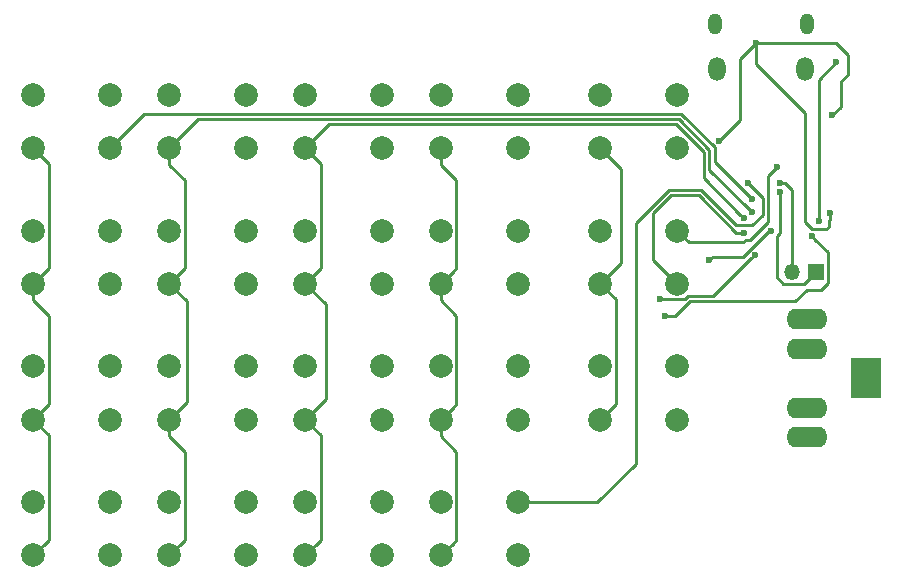
<source format=gbr>
G04 #@! TF.FileFunction,Copper,L2,Bot,Signal*
%FSLAX46Y46*%
G04 Gerber Fmt 4.6, Leading zero omitted, Abs format (unit mm)*
G04 Created by KiCad (PCBNEW 4.0.0-rc2-stable) date 16/03/2018 16:43:17*
%MOMM*%
G01*
G04 APERTURE LIST*
%ADD10C,0.100000*%
%ADD11R,2.500000X3.500000*%
%ADD12O,3.500000X1.750000*%
%ADD13R,1.350000X1.350000*%
%ADD14O,1.350000X1.350000*%
%ADD15O,1.450000X2.000000*%
%ADD16O,1.150000X1.800000*%
%ADD17C,2.000000*%
%ADD18C,0.600000*%
%ADD19C,0.250000*%
G04 APERTURE END LIST*
D10*
D11*
X180000000Y-82000000D03*
D12*
X174994000Y-87000000D03*
X174994000Y-77000000D03*
X174994000Y-84500000D03*
X174994000Y-79500000D03*
D13*
X175750000Y-73000000D03*
D14*
X173750000Y-73000000D03*
D15*
X174850000Y-55800000D03*
X167400000Y-55800000D03*
D16*
X175000000Y-52000000D03*
X167250000Y-52000000D03*
D17*
X109500000Y-62500000D03*
X109500000Y-58000000D03*
X116000000Y-62500000D03*
X116000000Y-58000000D03*
X109500000Y-74000000D03*
X109500000Y-69500000D03*
X116000000Y-74000000D03*
X116000000Y-69500000D03*
X109500000Y-85500000D03*
X109500000Y-81000000D03*
X116000000Y-85500000D03*
X116000000Y-81000000D03*
X109500000Y-97000000D03*
X109500000Y-92500000D03*
X116000000Y-97000000D03*
X116000000Y-92500000D03*
X121000000Y-62500000D03*
X121000000Y-58000000D03*
X127500000Y-62500000D03*
X127500000Y-58000000D03*
X121000000Y-74000000D03*
X121000000Y-69500000D03*
X127500000Y-74000000D03*
X127500000Y-69500000D03*
X121000000Y-85500000D03*
X121000000Y-81000000D03*
X127500000Y-85500000D03*
X127500000Y-81000000D03*
X121000000Y-97000000D03*
X121000000Y-92500000D03*
X127500000Y-97000000D03*
X127500000Y-92500000D03*
X132500000Y-62500000D03*
X132500000Y-58000000D03*
X139000000Y-62500000D03*
X139000000Y-58000000D03*
X132500000Y-74000000D03*
X132500000Y-69500000D03*
X139000000Y-74000000D03*
X139000000Y-69500000D03*
X132500000Y-85500000D03*
X132500000Y-81000000D03*
X139000000Y-85500000D03*
X139000000Y-81000000D03*
X132500000Y-97000000D03*
X132500000Y-92500000D03*
X139000000Y-97000000D03*
X139000000Y-92500000D03*
X144000000Y-62500000D03*
X144000000Y-58000000D03*
X150500000Y-62500000D03*
X150500000Y-58000000D03*
X144000000Y-74000000D03*
X144000000Y-69500000D03*
X150500000Y-74000000D03*
X150500000Y-69500000D03*
X144000000Y-85500000D03*
X144000000Y-81000000D03*
X150500000Y-85500000D03*
X150500000Y-81000000D03*
X144000000Y-97000000D03*
X144000000Y-92500000D03*
X150500000Y-97000000D03*
X150500000Y-92500000D03*
X157500000Y-62500000D03*
X157500000Y-58000000D03*
X164000000Y-62500000D03*
X164000000Y-58000000D03*
X157500000Y-74000000D03*
X157500000Y-69500000D03*
X164000000Y-74000000D03*
X164000000Y-69500000D03*
X157500000Y-85500000D03*
X157500000Y-81000000D03*
X164000000Y-85500000D03*
X164000000Y-81000000D03*
D18*
X167538400Y-61925200D03*
X170713400Y-53619400D03*
X176961800Y-67995800D03*
X177165000Y-59690000D03*
X170348700Y-66828482D03*
X172000000Y-69500000D03*
X166750000Y-72000000D03*
X175425012Y-70001980D03*
X163000000Y-76750000D03*
X172750000Y-66250000D03*
X172722703Y-65437946D03*
X170316956Y-67933044D03*
X169635101Y-68446197D03*
X170566955Y-71566955D03*
X162575001Y-75325001D03*
X177500000Y-55250000D03*
X175999862Y-68691580D03*
X172471649Y-64099980D03*
X170000000Y-65500000D03*
X169652019Y-69696218D03*
D19*
X177850800Y-59004200D02*
X177850800Y-58178200D01*
X177850800Y-58178200D02*
X177850800Y-56896000D01*
X169341800Y-60121800D02*
X169341800Y-54991000D01*
X169341800Y-54991000D02*
X170713400Y-53619400D01*
X167538400Y-61925200D02*
X169341800Y-60121800D01*
X174850000Y-59559400D02*
X170713400Y-55422800D01*
X170713400Y-55422800D02*
X170713400Y-53619400D01*
X174850000Y-68779600D02*
X174850000Y-59559400D01*
X177469800Y-53644800D02*
X170738800Y-53644800D01*
X170738800Y-53644800D02*
X170713400Y-53619400D01*
X178460400Y-54635400D02*
X177469800Y-53644800D01*
X176961800Y-67995800D02*
X176961800Y-68540283D01*
X176961800Y-68540283D02*
X176834800Y-68667283D01*
X176834800Y-68667283D02*
X176834800Y-69189600D01*
X176834800Y-69189600D02*
X176631600Y-69392800D01*
X176631600Y-69392800D02*
X175740834Y-69392800D01*
X175740834Y-69392800D02*
X175725013Y-69376979D01*
X175725013Y-69376979D02*
X175447379Y-69376979D01*
X175447379Y-69376979D02*
X174850000Y-68779600D01*
X178460400Y-56286400D02*
X178460400Y-54635400D01*
X177850800Y-56896000D02*
X178460400Y-56286400D01*
X177165000Y-59690000D02*
X177850800Y-59004200D01*
X167177999Y-62464401D02*
X167177999Y-63657781D01*
X170048701Y-66528483D02*
X170348700Y-66828482D01*
X116000000Y-62500000D02*
X118900020Y-59599980D01*
X167177999Y-63657781D02*
X170048701Y-66528483D01*
X164313578Y-59599980D02*
X167177999Y-62464401D01*
X118900020Y-59599980D02*
X164313578Y-59599980D01*
X109500000Y-85500000D02*
X110825001Y-86825001D01*
X110825001Y-86825001D02*
X110825001Y-95674999D01*
X110825001Y-95674999D02*
X110499999Y-96000001D01*
X110499999Y-96000001D02*
X109500000Y-97000000D01*
X109500000Y-74000000D02*
X109500000Y-75414213D01*
X109500000Y-75414213D02*
X110825001Y-76739214D01*
X110825001Y-76739214D02*
X110825001Y-84174999D01*
X110825001Y-84174999D02*
X110499999Y-84500001D01*
X110499999Y-84500001D02*
X109500000Y-85500000D01*
X109500000Y-62500000D02*
X110825001Y-63825001D01*
X110825001Y-72674999D02*
X110499999Y-73000001D01*
X110825001Y-63825001D02*
X110825001Y-72674999D01*
X110499999Y-73000001D02*
X109500000Y-74000000D01*
X171750000Y-69500000D02*
X172000000Y-69500000D01*
X169549999Y-71700001D02*
X171750000Y-69500000D01*
X166750000Y-72000000D02*
X167049999Y-71700001D01*
X167049999Y-71700001D02*
X169549999Y-71700001D01*
X163847413Y-76750000D02*
X165097413Y-75500000D01*
X175725011Y-70301979D02*
X175425012Y-70001980D01*
X176750001Y-73935001D02*
X176750001Y-71326969D01*
X175000000Y-74500000D02*
X176185002Y-74500000D01*
X176185002Y-74500000D02*
X176750001Y-73935001D01*
X174000000Y-75500000D02*
X175000000Y-74500000D01*
X165097413Y-75500000D02*
X174000000Y-75500000D01*
X163000000Y-76750000D02*
X163847413Y-76750000D01*
X176750001Y-71326969D02*
X175725011Y-70301979D01*
X172750000Y-69675004D02*
X172450001Y-69975003D01*
X172450001Y-69975003D02*
X172450001Y-73450001D01*
X172750000Y-66250000D02*
X172750000Y-69675004D01*
X173000001Y-74000001D02*
X174749999Y-74000001D01*
X174749999Y-74000001D02*
X175750000Y-73000000D01*
X172450001Y-73450001D02*
X173000001Y-74000001D01*
X173750000Y-73000000D02*
X173750000Y-66040979D01*
X173750000Y-66040979D02*
X173146967Y-65437946D01*
X173146967Y-65437946D02*
X172722703Y-65437946D01*
X166727988Y-62650801D02*
X166727988Y-64344076D01*
X166727988Y-64344076D02*
X170016957Y-67633045D01*
X164127178Y-60049991D02*
X166727988Y-62650801D01*
X123450009Y-60049991D02*
X164127178Y-60049991D01*
X121000000Y-62500000D02*
X123450009Y-60049991D01*
X170016957Y-67633045D02*
X170316956Y-67933044D01*
X121000000Y-74000000D02*
X122500000Y-75500000D01*
X122500000Y-75500000D02*
X122500000Y-84000000D01*
X122500000Y-84000000D02*
X121999999Y-84500001D01*
X121999999Y-84500001D02*
X121000000Y-85500000D01*
X121000000Y-85500000D02*
X121000000Y-86914213D01*
X121000000Y-86914213D02*
X122325001Y-88239214D01*
X122325001Y-88239214D02*
X122325001Y-95674999D01*
X122325001Y-95674999D02*
X121999999Y-96000001D01*
X121999999Y-96000001D02*
X121000000Y-97000000D01*
X121000000Y-62500000D02*
X121000000Y-63914213D01*
X121000000Y-63914213D02*
X122325001Y-65239214D01*
X122325001Y-65239214D02*
X122325001Y-72674999D01*
X122325001Y-72674999D02*
X121999999Y-73000001D01*
X121999999Y-73000001D02*
X121000000Y-74000000D01*
X169335102Y-68146198D02*
X169635101Y-68446197D01*
X134499998Y-60500002D02*
X163940778Y-60500002D01*
X132500000Y-62500000D02*
X134499998Y-60500002D01*
X163940778Y-60500002D02*
X166277977Y-62837201D01*
X166277977Y-65089073D02*
X169335102Y-68146198D01*
X166277977Y-62837201D02*
X166277977Y-65089073D01*
X132500000Y-85500000D02*
X133825001Y-86825001D01*
X133825001Y-86825001D02*
X133825001Y-95674999D01*
X133825001Y-95674999D02*
X133499999Y-96000001D01*
X133499999Y-96000001D02*
X132500000Y-97000000D01*
X132500000Y-74000000D02*
X134250000Y-75750000D01*
X134250000Y-75750000D02*
X134250000Y-83750000D01*
X134250000Y-83750000D02*
X133499999Y-84500001D01*
X133499999Y-84500001D02*
X132500000Y-85500000D01*
X132500000Y-62500000D02*
X133825001Y-63825001D01*
X133825001Y-63825001D02*
X133825001Y-72674999D01*
X133825001Y-72674999D02*
X133499999Y-73000001D01*
X133499999Y-73000001D02*
X132500000Y-74000000D01*
X170266956Y-71866954D02*
X170566955Y-71566955D01*
X164911013Y-75049989D02*
X167083921Y-75049989D01*
X164636002Y-75325001D02*
X164911013Y-75049989D01*
X162575001Y-75325001D02*
X164636002Y-75325001D01*
X167083921Y-75049989D02*
X170266956Y-71866954D01*
X144000000Y-85500000D02*
X144000000Y-86914213D01*
X144000000Y-86914213D02*
X145325001Y-88239214D01*
X145325001Y-88239214D02*
X145325001Y-95674999D01*
X145325001Y-95674999D02*
X144999999Y-96000001D01*
X144999999Y-96000001D02*
X144000000Y-97000000D01*
X144000000Y-74000000D02*
X144000000Y-75414213D01*
X144000000Y-75414213D02*
X145325001Y-76739214D01*
X145325001Y-76739214D02*
X145325001Y-84174999D01*
X145325001Y-84174999D02*
X144999999Y-84500001D01*
X144999999Y-84500001D02*
X144000000Y-85500000D01*
X144000000Y-62500000D02*
X144000000Y-63914213D01*
X144000000Y-63914213D02*
X145325001Y-65239214D01*
X145325001Y-65239214D02*
X145325001Y-72674999D01*
X145325001Y-72674999D02*
X144999999Y-73000001D01*
X144999999Y-73000001D02*
X144000000Y-74000000D01*
X177500000Y-55250000D02*
X175999862Y-56750138D01*
X175999862Y-56750138D02*
X175999862Y-68267316D01*
X175999862Y-68267316D02*
X175999862Y-68691580D01*
X171700011Y-68786381D02*
X171700011Y-64871618D01*
X169813599Y-70299991D02*
X170186401Y-70299991D01*
X170186401Y-70299991D02*
X171700011Y-68786381D01*
X169613591Y-70499999D02*
X169813599Y-70299991D01*
X164999999Y-70499999D02*
X169613591Y-70499999D01*
X164000000Y-69500000D02*
X164999999Y-70499999D01*
X171700011Y-64871618D02*
X172171650Y-64399979D01*
X172171650Y-64399979D02*
X172471649Y-64099980D01*
X160500000Y-68863589D02*
X160500000Y-89250000D01*
X169033364Y-69071217D02*
X166012136Y-66049989D01*
X171250000Y-68175000D02*
X170353783Y-69071217D01*
X166012136Y-66049989D02*
X163313600Y-66049989D01*
X163313600Y-66049989D02*
X160500000Y-68863589D01*
X151914213Y-92500000D02*
X150500000Y-92500000D01*
X170000000Y-65500000D02*
X171250000Y-66750000D01*
X170353783Y-69071217D02*
X169033364Y-69071217D01*
X160500000Y-89250000D02*
X157250000Y-92500000D01*
X171250000Y-66750000D02*
X171250000Y-68175000D01*
X157250000Y-92500000D02*
X151914213Y-92500000D01*
X164000000Y-74000000D02*
X162000000Y-72000000D01*
X162000000Y-72000000D02*
X162000000Y-68000000D01*
X162000000Y-68000000D02*
X163500000Y-66500000D01*
X169021954Y-69696218D02*
X169227755Y-69696218D01*
X163500000Y-66500000D02*
X165825736Y-66500000D01*
X165825736Y-66500000D02*
X169021954Y-69696218D01*
X169227755Y-69696218D02*
X169652019Y-69696218D01*
X157500000Y-74000000D02*
X158825001Y-75325001D01*
X158825001Y-75325001D02*
X158825001Y-84174999D01*
X158825001Y-84174999D02*
X158499999Y-84500001D01*
X158499999Y-84500001D02*
X157500000Y-85500000D01*
X157500000Y-62500000D02*
X159250000Y-64250000D01*
X159250000Y-72250000D02*
X158499999Y-73000001D01*
X159250000Y-64250000D02*
X159250000Y-72250000D01*
X158499999Y-73000001D02*
X157500000Y-74000000D01*
M02*

</source>
